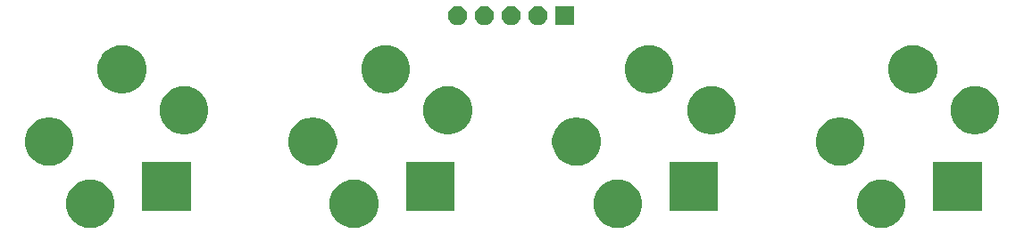
<source format=gbr>
G04 #@! TF.GenerationSoftware,KiCad,Pcbnew,5.1.6-c6e7f7d~87~ubuntu20.04.1*
G04 #@! TF.CreationDate,2020-10-18T21:18:21-04:00*
G04 #@! TF.ProjectId,jackboard4,6a61636b-626f-4617-9264-342e6b696361,rev?*
G04 #@! TF.SameCoordinates,Original*
G04 #@! TF.FileFunction,Soldermask,Top*
G04 #@! TF.FilePolarity,Negative*
%FSLAX46Y46*%
G04 Gerber Fmt 4.6, Leading zero omitted, Abs format (unit mm)*
G04 Created by KiCad (PCBNEW 5.1.6-c6e7f7d~87~ubuntu20.04.1) date 2020-10-18 21:18:21*
%MOMM*%
%LPD*%
G01*
G04 APERTURE LIST*
%ADD10C,0.100000*%
G04 APERTURE END LIST*
D10*
G36*
X165458903Y-199153213D02*
G01*
X165681177Y-199197426D01*
X166099932Y-199370880D01*
X166476802Y-199622696D01*
X166797304Y-199943198D01*
X167049120Y-200320068D01*
X167222574Y-200738823D01*
X167311000Y-201183371D01*
X167311000Y-201636629D01*
X167222574Y-202081177D01*
X167049120Y-202499932D01*
X166797304Y-202876802D01*
X166476802Y-203197304D01*
X166099932Y-203449120D01*
X165681177Y-203622574D01*
X165458903Y-203666787D01*
X165236630Y-203711000D01*
X164783370Y-203711000D01*
X164561097Y-203666787D01*
X164338823Y-203622574D01*
X163920068Y-203449120D01*
X163543198Y-203197304D01*
X163222696Y-202876802D01*
X162970880Y-202499932D01*
X162797426Y-202081177D01*
X162709000Y-201636629D01*
X162709000Y-201183371D01*
X162797426Y-200738823D01*
X162970880Y-200320068D01*
X163222696Y-199943198D01*
X163543198Y-199622696D01*
X163920068Y-199370880D01*
X164338823Y-199197426D01*
X164561097Y-199153213D01*
X164783370Y-199109000D01*
X165236630Y-199109000D01*
X165458903Y-199153213D01*
G37*
G36*
X190458903Y-199153213D02*
G01*
X190681177Y-199197426D01*
X191099932Y-199370880D01*
X191476802Y-199622696D01*
X191797304Y-199943198D01*
X192049120Y-200320068D01*
X192222574Y-200738823D01*
X192311000Y-201183371D01*
X192311000Y-201636629D01*
X192222574Y-202081177D01*
X192049120Y-202499932D01*
X191797304Y-202876802D01*
X191476802Y-203197304D01*
X191099932Y-203449120D01*
X190681177Y-203622574D01*
X190458903Y-203666787D01*
X190236630Y-203711000D01*
X189783370Y-203711000D01*
X189561097Y-203666787D01*
X189338823Y-203622574D01*
X188920068Y-203449120D01*
X188543198Y-203197304D01*
X188222696Y-202876802D01*
X187970880Y-202499932D01*
X187797426Y-202081177D01*
X187709000Y-201636629D01*
X187709000Y-201183371D01*
X187797426Y-200738823D01*
X187970880Y-200320068D01*
X188222696Y-199943198D01*
X188543198Y-199622696D01*
X188920068Y-199370880D01*
X189338823Y-199197426D01*
X189561097Y-199153213D01*
X189783370Y-199109000D01*
X190236630Y-199109000D01*
X190458903Y-199153213D01*
G37*
G36*
X240458903Y-199153213D02*
G01*
X240681177Y-199197426D01*
X241099932Y-199370880D01*
X241476802Y-199622696D01*
X241797304Y-199943198D01*
X242049120Y-200320068D01*
X242222574Y-200738823D01*
X242311000Y-201183371D01*
X242311000Y-201636629D01*
X242222574Y-202081177D01*
X242049120Y-202499932D01*
X241797304Y-202876802D01*
X241476802Y-203197304D01*
X241099932Y-203449120D01*
X240681177Y-203622574D01*
X240458903Y-203666787D01*
X240236630Y-203711000D01*
X239783370Y-203711000D01*
X239561097Y-203666787D01*
X239338823Y-203622574D01*
X238920068Y-203449120D01*
X238543198Y-203197304D01*
X238222696Y-202876802D01*
X237970880Y-202499932D01*
X237797426Y-202081177D01*
X237709000Y-201636629D01*
X237709000Y-201183371D01*
X237797426Y-200738823D01*
X237970880Y-200320068D01*
X238222696Y-199943198D01*
X238543198Y-199622696D01*
X238920068Y-199370880D01*
X239338823Y-199197426D01*
X239561097Y-199153213D01*
X239783370Y-199109000D01*
X240236630Y-199109000D01*
X240458903Y-199153213D01*
G37*
G36*
X215458903Y-199153213D02*
G01*
X215681177Y-199197426D01*
X216099932Y-199370880D01*
X216476802Y-199622696D01*
X216797304Y-199943198D01*
X217049120Y-200320068D01*
X217222574Y-200738823D01*
X217311000Y-201183371D01*
X217311000Y-201636629D01*
X217222574Y-202081177D01*
X217049120Y-202499932D01*
X216797304Y-202876802D01*
X216476802Y-203197304D01*
X216099932Y-203449120D01*
X215681177Y-203622574D01*
X215458903Y-203666787D01*
X215236630Y-203711000D01*
X214783370Y-203711000D01*
X214561097Y-203666787D01*
X214338823Y-203622574D01*
X213920068Y-203449120D01*
X213543198Y-203197304D01*
X213222696Y-202876802D01*
X212970880Y-202499932D01*
X212797426Y-202081177D01*
X212709000Y-201636629D01*
X212709000Y-201183371D01*
X212797426Y-200738823D01*
X212970880Y-200320068D01*
X213222696Y-199943198D01*
X213543198Y-199622696D01*
X213920068Y-199370880D01*
X214338823Y-199197426D01*
X214561097Y-199153213D01*
X214783370Y-199109000D01*
X215236630Y-199109000D01*
X215458903Y-199153213D01*
G37*
G36*
X199551000Y-202051000D02*
G01*
X194949000Y-202051000D01*
X194949000Y-197449000D01*
X199551000Y-197449000D01*
X199551000Y-202051000D01*
G37*
G36*
X174551000Y-202051000D02*
G01*
X169949000Y-202051000D01*
X169949000Y-197449000D01*
X174551000Y-197449000D01*
X174551000Y-202051000D01*
G37*
G36*
X249551000Y-202051000D02*
G01*
X244949000Y-202051000D01*
X244949000Y-197449000D01*
X249551000Y-197449000D01*
X249551000Y-202051000D01*
G37*
G36*
X224551000Y-202051000D02*
G01*
X219949000Y-202051000D01*
X219949000Y-197449000D01*
X224551000Y-197449000D01*
X224551000Y-202051000D01*
G37*
G36*
X211558903Y-193253213D02*
G01*
X211781177Y-193297426D01*
X212199932Y-193470880D01*
X212576802Y-193722696D01*
X212897304Y-194043198D01*
X213149120Y-194420068D01*
X213322574Y-194838823D01*
X213411000Y-195283371D01*
X213411000Y-195736629D01*
X213322574Y-196181177D01*
X213149120Y-196599932D01*
X212897304Y-196976802D01*
X212576802Y-197297304D01*
X212199932Y-197549120D01*
X211781177Y-197722574D01*
X211558903Y-197766787D01*
X211336630Y-197811000D01*
X210883370Y-197811000D01*
X210661097Y-197766787D01*
X210438823Y-197722574D01*
X210020068Y-197549120D01*
X209643198Y-197297304D01*
X209322696Y-196976802D01*
X209070880Y-196599932D01*
X208897426Y-196181177D01*
X208809000Y-195736629D01*
X208809000Y-195283371D01*
X208897426Y-194838823D01*
X209070880Y-194420068D01*
X209322696Y-194043198D01*
X209643198Y-193722696D01*
X210020068Y-193470880D01*
X210438823Y-193297426D01*
X210661097Y-193253213D01*
X210883370Y-193209000D01*
X211336630Y-193209000D01*
X211558903Y-193253213D01*
G37*
G36*
X161558903Y-193253213D02*
G01*
X161781177Y-193297426D01*
X162199932Y-193470880D01*
X162576802Y-193722696D01*
X162897304Y-194043198D01*
X163149120Y-194420068D01*
X163322574Y-194838823D01*
X163411000Y-195283371D01*
X163411000Y-195736629D01*
X163322574Y-196181177D01*
X163149120Y-196599932D01*
X162897304Y-196976802D01*
X162576802Y-197297304D01*
X162199932Y-197549120D01*
X161781177Y-197722574D01*
X161558903Y-197766787D01*
X161336630Y-197811000D01*
X160883370Y-197811000D01*
X160661097Y-197766787D01*
X160438823Y-197722574D01*
X160020068Y-197549120D01*
X159643198Y-197297304D01*
X159322696Y-196976802D01*
X159070880Y-196599932D01*
X158897426Y-196181177D01*
X158809000Y-195736629D01*
X158809000Y-195283371D01*
X158897426Y-194838823D01*
X159070880Y-194420068D01*
X159322696Y-194043198D01*
X159643198Y-193722696D01*
X160020068Y-193470880D01*
X160438823Y-193297426D01*
X160661097Y-193253213D01*
X160883370Y-193209000D01*
X161336630Y-193209000D01*
X161558903Y-193253213D01*
G37*
G36*
X186558903Y-193253213D02*
G01*
X186781177Y-193297426D01*
X187199932Y-193470880D01*
X187576802Y-193722696D01*
X187897304Y-194043198D01*
X188149120Y-194420068D01*
X188322574Y-194838823D01*
X188411000Y-195283371D01*
X188411000Y-195736629D01*
X188322574Y-196181177D01*
X188149120Y-196599932D01*
X187897304Y-196976802D01*
X187576802Y-197297304D01*
X187199932Y-197549120D01*
X186781177Y-197722574D01*
X186558903Y-197766787D01*
X186336630Y-197811000D01*
X185883370Y-197811000D01*
X185661097Y-197766787D01*
X185438823Y-197722574D01*
X185020068Y-197549120D01*
X184643198Y-197297304D01*
X184322696Y-196976802D01*
X184070880Y-196599932D01*
X183897426Y-196181177D01*
X183809000Y-195736629D01*
X183809000Y-195283371D01*
X183897426Y-194838823D01*
X184070880Y-194420068D01*
X184322696Y-194043198D01*
X184643198Y-193722696D01*
X185020068Y-193470880D01*
X185438823Y-193297426D01*
X185661097Y-193253213D01*
X185883370Y-193209000D01*
X186336630Y-193209000D01*
X186558903Y-193253213D01*
G37*
G36*
X236558903Y-193253213D02*
G01*
X236781177Y-193297426D01*
X237199932Y-193470880D01*
X237576802Y-193722696D01*
X237897304Y-194043198D01*
X238149120Y-194420068D01*
X238322574Y-194838823D01*
X238411000Y-195283371D01*
X238411000Y-195736629D01*
X238322574Y-196181177D01*
X238149120Y-196599932D01*
X237897304Y-196976802D01*
X237576802Y-197297304D01*
X237199932Y-197549120D01*
X236781177Y-197722574D01*
X236558903Y-197766787D01*
X236336630Y-197811000D01*
X235883370Y-197811000D01*
X235661097Y-197766787D01*
X235438823Y-197722574D01*
X235020068Y-197549120D01*
X234643198Y-197297304D01*
X234322696Y-196976802D01*
X234070880Y-196599932D01*
X233897426Y-196181177D01*
X233809000Y-195736629D01*
X233809000Y-195283371D01*
X233897426Y-194838823D01*
X234070880Y-194420068D01*
X234322696Y-194043198D01*
X234643198Y-193722696D01*
X235020068Y-193470880D01*
X235438823Y-193297426D01*
X235661097Y-193253213D01*
X235883370Y-193209000D01*
X236336630Y-193209000D01*
X236558903Y-193253213D01*
G37*
G36*
X174358903Y-190253213D02*
G01*
X174581177Y-190297426D01*
X174999932Y-190470880D01*
X175376802Y-190722696D01*
X175697304Y-191043198D01*
X175949120Y-191420068D01*
X176122574Y-191838823D01*
X176211000Y-192283371D01*
X176211000Y-192736629D01*
X176122574Y-193181177D01*
X175949120Y-193599932D01*
X175697304Y-193976802D01*
X175376802Y-194297304D01*
X174999932Y-194549120D01*
X174581177Y-194722574D01*
X174358903Y-194766787D01*
X174136630Y-194811000D01*
X173683370Y-194811000D01*
X173461097Y-194766787D01*
X173238823Y-194722574D01*
X172820068Y-194549120D01*
X172443198Y-194297304D01*
X172122696Y-193976802D01*
X171870880Y-193599932D01*
X171697426Y-193181177D01*
X171609000Y-192736629D01*
X171609000Y-192283371D01*
X171697426Y-191838823D01*
X171870880Y-191420068D01*
X172122696Y-191043198D01*
X172443198Y-190722696D01*
X172820068Y-190470880D01*
X173238823Y-190297426D01*
X173461097Y-190253213D01*
X173683370Y-190209000D01*
X174136630Y-190209000D01*
X174358903Y-190253213D01*
G37*
G36*
X199358903Y-190253213D02*
G01*
X199581177Y-190297426D01*
X199999932Y-190470880D01*
X200376802Y-190722696D01*
X200697304Y-191043198D01*
X200949120Y-191420068D01*
X201122574Y-191838823D01*
X201211000Y-192283371D01*
X201211000Y-192736629D01*
X201122574Y-193181177D01*
X200949120Y-193599932D01*
X200697304Y-193976802D01*
X200376802Y-194297304D01*
X199999932Y-194549120D01*
X199581177Y-194722574D01*
X199358903Y-194766787D01*
X199136630Y-194811000D01*
X198683370Y-194811000D01*
X198461097Y-194766787D01*
X198238823Y-194722574D01*
X197820068Y-194549120D01*
X197443198Y-194297304D01*
X197122696Y-193976802D01*
X196870880Y-193599932D01*
X196697426Y-193181177D01*
X196609000Y-192736629D01*
X196609000Y-192283371D01*
X196697426Y-191838823D01*
X196870880Y-191420068D01*
X197122696Y-191043198D01*
X197443198Y-190722696D01*
X197820068Y-190470880D01*
X198238823Y-190297426D01*
X198461097Y-190253213D01*
X198683370Y-190209000D01*
X199136630Y-190209000D01*
X199358903Y-190253213D01*
G37*
G36*
X249358903Y-190253213D02*
G01*
X249581177Y-190297426D01*
X249999932Y-190470880D01*
X250376802Y-190722696D01*
X250697304Y-191043198D01*
X250949120Y-191420068D01*
X251122574Y-191838823D01*
X251211000Y-192283371D01*
X251211000Y-192736629D01*
X251122574Y-193181177D01*
X250949120Y-193599932D01*
X250697304Y-193976802D01*
X250376802Y-194297304D01*
X249999932Y-194549120D01*
X249581177Y-194722574D01*
X249358903Y-194766787D01*
X249136630Y-194811000D01*
X248683370Y-194811000D01*
X248461097Y-194766787D01*
X248238823Y-194722574D01*
X247820068Y-194549120D01*
X247443198Y-194297304D01*
X247122696Y-193976802D01*
X246870880Y-193599932D01*
X246697426Y-193181177D01*
X246609000Y-192736629D01*
X246609000Y-192283371D01*
X246697426Y-191838823D01*
X246870880Y-191420068D01*
X247122696Y-191043198D01*
X247443198Y-190722696D01*
X247820068Y-190470880D01*
X248238823Y-190297426D01*
X248461097Y-190253213D01*
X248683370Y-190209000D01*
X249136630Y-190209000D01*
X249358903Y-190253213D01*
G37*
G36*
X224358903Y-190253213D02*
G01*
X224581177Y-190297426D01*
X224999932Y-190470880D01*
X225376802Y-190722696D01*
X225697304Y-191043198D01*
X225949120Y-191420068D01*
X226122574Y-191838823D01*
X226211000Y-192283371D01*
X226211000Y-192736629D01*
X226122574Y-193181177D01*
X225949120Y-193599932D01*
X225697304Y-193976802D01*
X225376802Y-194297304D01*
X224999932Y-194549120D01*
X224581177Y-194722574D01*
X224358903Y-194766787D01*
X224136630Y-194811000D01*
X223683370Y-194811000D01*
X223461097Y-194766787D01*
X223238823Y-194722574D01*
X222820068Y-194549120D01*
X222443198Y-194297304D01*
X222122696Y-193976802D01*
X221870880Y-193599932D01*
X221697426Y-193181177D01*
X221609000Y-192736629D01*
X221609000Y-192283371D01*
X221697426Y-191838823D01*
X221870880Y-191420068D01*
X222122696Y-191043198D01*
X222443198Y-190722696D01*
X222820068Y-190470880D01*
X223238823Y-190297426D01*
X223461097Y-190253213D01*
X223683370Y-190209000D01*
X224136630Y-190209000D01*
X224358903Y-190253213D01*
G37*
G36*
X168458903Y-186353213D02*
G01*
X168681177Y-186397426D01*
X169099932Y-186570880D01*
X169476802Y-186822696D01*
X169797304Y-187143198D01*
X170049120Y-187520068D01*
X170222574Y-187938823D01*
X170311000Y-188383371D01*
X170311000Y-188836629D01*
X170222574Y-189281177D01*
X170049120Y-189699932D01*
X169797304Y-190076802D01*
X169476802Y-190397304D01*
X169099932Y-190649120D01*
X168681177Y-190822574D01*
X168458903Y-190866787D01*
X168236630Y-190911000D01*
X167783370Y-190911000D01*
X167561097Y-190866787D01*
X167338823Y-190822574D01*
X166920068Y-190649120D01*
X166543198Y-190397304D01*
X166222696Y-190076802D01*
X165970880Y-189699932D01*
X165797426Y-189281177D01*
X165709000Y-188836629D01*
X165709000Y-188383371D01*
X165797426Y-187938823D01*
X165970880Y-187520068D01*
X166222696Y-187143198D01*
X166543198Y-186822696D01*
X166920068Y-186570880D01*
X167338823Y-186397426D01*
X167561097Y-186353213D01*
X167783370Y-186309000D01*
X168236630Y-186309000D01*
X168458903Y-186353213D01*
G37*
G36*
X193458903Y-186353213D02*
G01*
X193681177Y-186397426D01*
X194099932Y-186570880D01*
X194476802Y-186822696D01*
X194797304Y-187143198D01*
X195049120Y-187520068D01*
X195222574Y-187938823D01*
X195311000Y-188383371D01*
X195311000Y-188836629D01*
X195222574Y-189281177D01*
X195049120Y-189699932D01*
X194797304Y-190076802D01*
X194476802Y-190397304D01*
X194099932Y-190649120D01*
X193681177Y-190822574D01*
X193458903Y-190866787D01*
X193236630Y-190911000D01*
X192783370Y-190911000D01*
X192561097Y-190866787D01*
X192338823Y-190822574D01*
X191920068Y-190649120D01*
X191543198Y-190397304D01*
X191222696Y-190076802D01*
X190970880Y-189699932D01*
X190797426Y-189281177D01*
X190709000Y-188836629D01*
X190709000Y-188383371D01*
X190797426Y-187938823D01*
X190970880Y-187520068D01*
X191222696Y-187143198D01*
X191543198Y-186822696D01*
X191920068Y-186570880D01*
X192338823Y-186397426D01*
X192561097Y-186353213D01*
X192783370Y-186309000D01*
X193236630Y-186309000D01*
X193458903Y-186353213D01*
G37*
G36*
X243458903Y-186353213D02*
G01*
X243681177Y-186397426D01*
X244099932Y-186570880D01*
X244476802Y-186822696D01*
X244797304Y-187143198D01*
X245049120Y-187520068D01*
X245222574Y-187938823D01*
X245311000Y-188383371D01*
X245311000Y-188836629D01*
X245222574Y-189281177D01*
X245049120Y-189699932D01*
X244797304Y-190076802D01*
X244476802Y-190397304D01*
X244099932Y-190649120D01*
X243681177Y-190822574D01*
X243458903Y-190866787D01*
X243236630Y-190911000D01*
X242783370Y-190911000D01*
X242561097Y-190866787D01*
X242338823Y-190822574D01*
X241920068Y-190649120D01*
X241543198Y-190397304D01*
X241222696Y-190076802D01*
X240970880Y-189699932D01*
X240797426Y-189281177D01*
X240709000Y-188836629D01*
X240709000Y-188383371D01*
X240797426Y-187938823D01*
X240970880Y-187520068D01*
X241222696Y-187143198D01*
X241543198Y-186822696D01*
X241920068Y-186570880D01*
X242338823Y-186397426D01*
X242561097Y-186353213D01*
X242783370Y-186309000D01*
X243236630Y-186309000D01*
X243458903Y-186353213D01*
G37*
G36*
X218458903Y-186353213D02*
G01*
X218681177Y-186397426D01*
X219099932Y-186570880D01*
X219476802Y-186822696D01*
X219797304Y-187143198D01*
X220049120Y-187520068D01*
X220222574Y-187938823D01*
X220311000Y-188383371D01*
X220311000Y-188836629D01*
X220222574Y-189281177D01*
X220049120Y-189699932D01*
X219797304Y-190076802D01*
X219476802Y-190397304D01*
X219099932Y-190649120D01*
X218681177Y-190822574D01*
X218458903Y-190866787D01*
X218236630Y-190911000D01*
X217783370Y-190911000D01*
X217561097Y-190866787D01*
X217338823Y-190822574D01*
X216920068Y-190649120D01*
X216543198Y-190397304D01*
X216222696Y-190076802D01*
X215970880Y-189699932D01*
X215797426Y-189281177D01*
X215709000Y-188836629D01*
X215709000Y-188383371D01*
X215797426Y-187938823D01*
X215970880Y-187520068D01*
X216222696Y-187143198D01*
X216543198Y-186822696D01*
X216920068Y-186570880D01*
X217338823Y-186397426D01*
X217561097Y-186353213D01*
X217783370Y-186309000D01*
X218236630Y-186309000D01*
X218458903Y-186353213D01*
G37*
G36*
X202493512Y-182603927D02*
G01*
X202642812Y-182633624D01*
X202806784Y-182701544D01*
X202954354Y-182800147D01*
X203079853Y-182925646D01*
X203178456Y-183073216D01*
X203246376Y-183237188D01*
X203281000Y-183411259D01*
X203281000Y-183588741D01*
X203246376Y-183762812D01*
X203178456Y-183926784D01*
X203079853Y-184074354D01*
X202954354Y-184199853D01*
X202806784Y-184298456D01*
X202642812Y-184366376D01*
X202493512Y-184396073D01*
X202468742Y-184401000D01*
X202291258Y-184401000D01*
X202266488Y-184396073D01*
X202117188Y-184366376D01*
X201953216Y-184298456D01*
X201805646Y-184199853D01*
X201680147Y-184074354D01*
X201581544Y-183926784D01*
X201513624Y-183762812D01*
X201479000Y-183588741D01*
X201479000Y-183411259D01*
X201513624Y-183237188D01*
X201581544Y-183073216D01*
X201680147Y-182925646D01*
X201805646Y-182800147D01*
X201953216Y-182701544D01*
X202117188Y-182633624D01*
X202266488Y-182603927D01*
X202291258Y-182599000D01*
X202468742Y-182599000D01*
X202493512Y-182603927D01*
G37*
G36*
X205033512Y-182603927D02*
G01*
X205182812Y-182633624D01*
X205346784Y-182701544D01*
X205494354Y-182800147D01*
X205619853Y-182925646D01*
X205718456Y-183073216D01*
X205786376Y-183237188D01*
X205821000Y-183411259D01*
X205821000Y-183588741D01*
X205786376Y-183762812D01*
X205718456Y-183926784D01*
X205619853Y-184074354D01*
X205494354Y-184199853D01*
X205346784Y-184298456D01*
X205182812Y-184366376D01*
X205033512Y-184396073D01*
X205008742Y-184401000D01*
X204831258Y-184401000D01*
X204806488Y-184396073D01*
X204657188Y-184366376D01*
X204493216Y-184298456D01*
X204345646Y-184199853D01*
X204220147Y-184074354D01*
X204121544Y-183926784D01*
X204053624Y-183762812D01*
X204019000Y-183588741D01*
X204019000Y-183411259D01*
X204053624Y-183237188D01*
X204121544Y-183073216D01*
X204220147Y-182925646D01*
X204345646Y-182800147D01*
X204493216Y-182701544D01*
X204657188Y-182633624D01*
X204806488Y-182603927D01*
X204831258Y-182599000D01*
X205008742Y-182599000D01*
X205033512Y-182603927D01*
G37*
G36*
X207573512Y-182603927D02*
G01*
X207722812Y-182633624D01*
X207886784Y-182701544D01*
X208034354Y-182800147D01*
X208159853Y-182925646D01*
X208258456Y-183073216D01*
X208326376Y-183237188D01*
X208361000Y-183411259D01*
X208361000Y-183588741D01*
X208326376Y-183762812D01*
X208258456Y-183926784D01*
X208159853Y-184074354D01*
X208034354Y-184199853D01*
X207886784Y-184298456D01*
X207722812Y-184366376D01*
X207573512Y-184396073D01*
X207548742Y-184401000D01*
X207371258Y-184401000D01*
X207346488Y-184396073D01*
X207197188Y-184366376D01*
X207033216Y-184298456D01*
X206885646Y-184199853D01*
X206760147Y-184074354D01*
X206661544Y-183926784D01*
X206593624Y-183762812D01*
X206559000Y-183588741D01*
X206559000Y-183411259D01*
X206593624Y-183237188D01*
X206661544Y-183073216D01*
X206760147Y-182925646D01*
X206885646Y-182800147D01*
X207033216Y-182701544D01*
X207197188Y-182633624D01*
X207346488Y-182603927D01*
X207371258Y-182599000D01*
X207548742Y-182599000D01*
X207573512Y-182603927D01*
G37*
G36*
X210901000Y-184401000D02*
G01*
X209099000Y-184401000D01*
X209099000Y-182599000D01*
X210901000Y-182599000D01*
X210901000Y-184401000D01*
G37*
G36*
X199953512Y-182603927D02*
G01*
X200102812Y-182633624D01*
X200266784Y-182701544D01*
X200414354Y-182800147D01*
X200539853Y-182925646D01*
X200638456Y-183073216D01*
X200706376Y-183237188D01*
X200741000Y-183411259D01*
X200741000Y-183588741D01*
X200706376Y-183762812D01*
X200638456Y-183926784D01*
X200539853Y-184074354D01*
X200414354Y-184199853D01*
X200266784Y-184298456D01*
X200102812Y-184366376D01*
X199953512Y-184396073D01*
X199928742Y-184401000D01*
X199751258Y-184401000D01*
X199726488Y-184396073D01*
X199577188Y-184366376D01*
X199413216Y-184298456D01*
X199265646Y-184199853D01*
X199140147Y-184074354D01*
X199041544Y-183926784D01*
X198973624Y-183762812D01*
X198939000Y-183588741D01*
X198939000Y-183411259D01*
X198973624Y-183237188D01*
X199041544Y-183073216D01*
X199140147Y-182925646D01*
X199265646Y-182800147D01*
X199413216Y-182701544D01*
X199577188Y-182633624D01*
X199726488Y-182603927D01*
X199751258Y-182599000D01*
X199928742Y-182599000D01*
X199953512Y-182603927D01*
G37*
M02*

</source>
